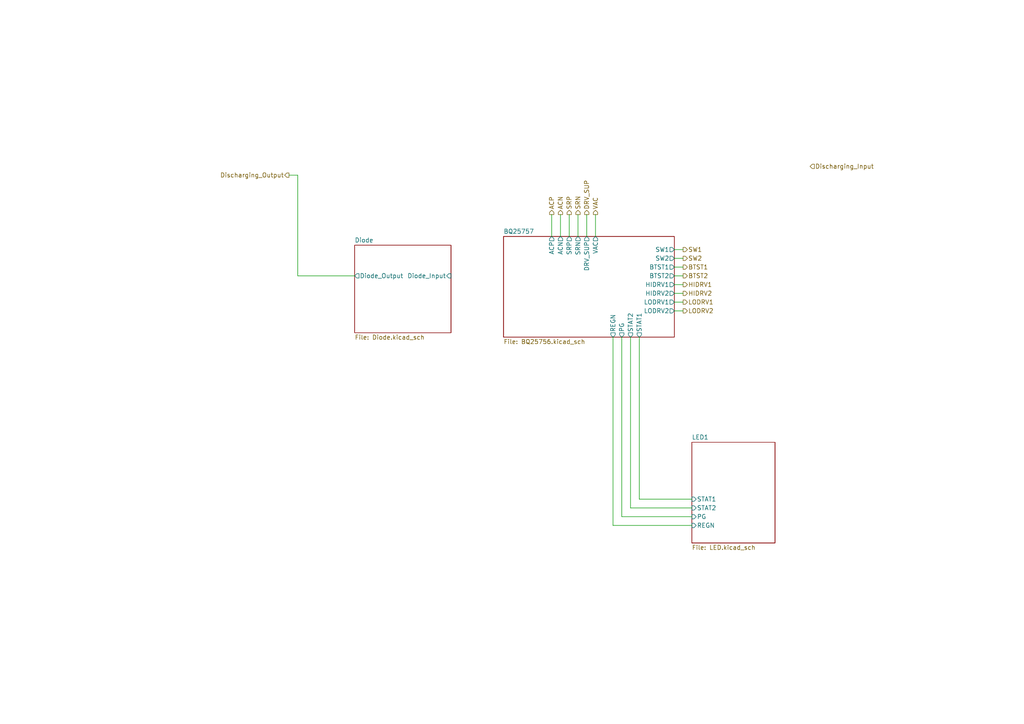
<source format=kicad_sch>
(kicad_sch
	(version 20231120)
	(generator "eeschema")
	(generator_version "8.0")
	(uuid "22ccb8a3-b9e9-4e60-b6fa-e6579cc6e4be")
	(paper "A4")
	(lib_symbols)
	(wire
		(pts
			(xy 195.58 72.39) (xy 198.12 72.39)
		)
		(stroke
			(width 0)
			(type default)
		)
		(uuid "030cb793-6836-4ab3-b9f4-da49bd852ea0")
	)
	(wire
		(pts
			(xy 195.58 74.93) (xy 198.12 74.93)
		)
		(stroke
			(width 0)
			(type default)
		)
		(uuid "0e2e0253-9ec7-40fa-88b3-1e905170bac8")
	)
	(wire
		(pts
			(xy 162.56 62.23) (xy 162.56 68.58)
		)
		(stroke
			(width 0)
			(type default)
		)
		(uuid "101b39f7-5d95-4666-97b1-84c99ad1ca67")
	)
	(wire
		(pts
			(xy 180.34 97.79) (xy 180.34 149.86)
		)
		(stroke
			(width 0)
			(type default)
		)
		(uuid "1c30703d-6ea0-4947-aa58-a8f14b241d31")
	)
	(wire
		(pts
			(xy 182.88 147.32) (xy 200.66 147.32)
		)
		(stroke
			(width 0)
			(type default)
		)
		(uuid "1cdde76b-3235-4faf-b406-2f6ded930055")
	)
	(wire
		(pts
			(xy 185.42 97.79) (xy 185.42 144.78)
		)
		(stroke
			(width 0)
			(type default)
		)
		(uuid "1e24c8a5-317b-46c6-b591-39cabae7ade1")
	)
	(wire
		(pts
			(xy 177.8 97.79) (xy 177.8 152.4)
		)
		(stroke
			(width 0)
			(type default)
		)
		(uuid "29950e09-2add-4913-a45c-d0be37a0a8c0")
	)
	(wire
		(pts
			(xy 195.58 90.17) (xy 198.12 90.17)
		)
		(stroke
			(width 0)
			(type default)
		)
		(uuid "4464de5b-a450-4a39-b721-f7a6c870cd73")
	)
	(wire
		(pts
			(xy 195.58 77.47) (xy 198.12 77.47)
		)
		(stroke
			(width 0)
			(type default)
		)
		(uuid "45118db9-8b74-437c-be91-dd06f8fec6cd")
	)
	(wire
		(pts
			(xy 172.72 62.23) (xy 172.72 68.58)
		)
		(stroke
			(width 0)
			(type default)
		)
		(uuid "47d8c4ac-e275-4fe6-9e71-61c247cdae5e")
	)
	(wire
		(pts
			(xy 170.18 62.23) (xy 170.18 68.58)
		)
		(stroke
			(width 0)
			(type default)
		)
		(uuid "5030575e-ab25-455f-a4e5-5131861cc6c7")
	)
	(wire
		(pts
			(xy 102.87 80.01) (xy 86.36 80.01)
		)
		(stroke
			(width 0)
			(type default)
		)
		(uuid "527eb491-04a8-44c4-a431-bf588cff02c6")
	)
	(wire
		(pts
			(xy 195.58 80.01) (xy 198.12 80.01)
		)
		(stroke
			(width 0)
			(type default)
		)
		(uuid "53fb6427-beba-4eb2-ac56-1bc72e8703a0")
	)
	(wire
		(pts
			(xy 86.36 80.01) (xy 86.36 50.8)
		)
		(stroke
			(width 0)
			(type default)
		)
		(uuid "57b1ff4a-09cb-4549-9d3f-18fe66757b33")
	)
	(wire
		(pts
			(xy 185.42 144.78) (xy 200.66 144.78)
		)
		(stroke
			(width 0)
			(type default)
		)
		(uuid "5be762a3-d74e-4ef6-b1d7-c13f962adbf0")
	)
	(wire
		(pts
			(xy 167.64 62.23) (xy 167.64 68.58)
		)
		(stroke
			(width 0)
			(type default)
		)
		(uuid "6e087b0a-6787-4d93-92b8-ea691abe0009")
	)
	(wire
		(pts
			(xy 165.1 62.23) (xy 165.1 68.58)
		)
		(stroke
			(width 0)
			(type default)
		)
		(uuid "6fded9b3-cc17-43e4-b0dd-de8e8a2ee8c5")
	)
	(wire
		(pts
			(xy 182.88 97.79) (xy 182.88 147.32)
		)
		(stroke
			(width 0)
			(type default)
		)
		(uuid "7b9857e7-dc6f-4df1-a4cd-4649d2c96928")
	)
	(wire
		(pts
			(xy 195.58 87.63) (xy 198.12 87.63)
		)
		(stroke
			(width 0)
			(type default)
		)
		(uuid "929437ff-f439-4d0f-9e75-116f7f2adbbf")
	)
	(wire
		(pts
			(xy 195.58 85.09) (xy 198.12 85.09)
		)
		(stroke
			(width 0)
			(type default)
		)
		(uuid "9878ca92-0bc3-4694-aa04-54b5c28a16a4")
	)
	(wire
		(pts
			(xy 160.02 62.23) (xy 160.02 68.58)
		)
		(stroke
			(width 0)
			(type default)
		)
		(uuid "a6667137-25a7-43d5-8436-f5a909c51554")
	)
	(wire
		(pts
			(xy 195.58 82.55) (xy 198.12 82.55)
		)
		(stroke
			(width 0)
			(type default)
		)
		(uuid "aa44cf88-5250-4c91-91f0-5eee156f9711")
	)
	(wire
		(pts
			(xy 180.34 149.86) (xy 200.66 149.86)
		)
		(stroke
			(width 0)
			(type default)
		)
		(uuid "adf854dd-63f3-4702-8281-fb740dfbe582")
	)
	(wire
		(pts
			(xy 177.8 152.4) (xy 200.66 152.4)
		)
		(stroke
			(width 0)
			(type default)
		)
		(uuid "c325212b-180d-455f-ac1b-3abf41bc86bc")
	)
	(wire
		(pts
			(xy 86.36 50.8) (xy 83.82 50.8)
		)
		(stroke
			(width 0)
			(type default)
		)
		(uuid "ebd6509c-616c-4077-b18c-e2900ae8aaa7")
	)
	(hierarchical_label "BTST1"
		(shape output)
		(at 198.12 77.47 0)
		(effects
			(font
				(size 1.27 1.27)
			)
			(justify left)
		)
		(uuid "04de24ab-d159-4070-bd66-000b2adcaa9e")
	)
	(hierarchical_label "ACP"
		(shape output)
		(at 160.02 62.23 90)
		(effects
			(font
				(size 1.27 1.27)
			)
			(justify left)
		)
		(uuid "1102b0c1-6ba9-4d97-9d0a-812172a98806")
	)
	(hierarchical_label "Discharging_Output"
		(shape output)
		(at 83.82 50.8 180)
		(effects
			(font
				(size 1.27 1.27)
			)
			(justify right)
		)
		(uuid "1ccba8b5-ea00-46d8-8bb6-ac3cc007ac11")
	)
	(hierarchical_label "SW1"
		(shape output)
		(at 198.12 72.39 0)
		(effects
			(font
				(size 1.27 1.27)
			)
			(justify left)
		)
		(uuid "2a8e8e6e-c65f-466d-9975-c80943ddc678")
	)
	(hierarchical_label "SW2"
		(shape output)
		(at 198.12 74.93 0)
		(effects
			(font
				(size 1.27 1.27)
			)
			(justify left)
		)
		(uuid "3163f17b-619d-4cd8-8a46-9d52032d284e")
	)
	(hierarchical_label "HIDRV1"
		(shape output)
		(at 198.12 82.55 0)
		(effects
			(font
				(size 1.27 1.27)
			)
			(justify left)
		)
		(uuid "3f875fdc-4ecc-4083-bf4a-cacdf18ece1e")
	)
	(hierarchical_label "SRP"
		(shape output)
		(at 165.1 62.23 90)
		(effects
			(font
				(size 1.27 1.27)
			)
			(justify left)
		)
		(uuid "4150b8b7-9bd0-470e-9c0d-9cd04d938f49")
	)
	(hierarchical_label "ACN"
		(shape output)
		(at 162.56 62.23 90)
		(effects
			(font
				(size 1.27 1.27)
			)
			(justify left)
		)
		(uuid "592ff36a-a551-4d34-88d2-44ae085187da")
	)
	(hierarchical_label "SRN"
		(shape output)
		(at 167.64 62.23 90)
		(effects
			(font
				(size 1.27 1.27)
			)
			(justify left)
		)
		(uuid "59a84eb4-b18d-4afd-be64-2bd9b0a78d0b")
	)
	(hierarchical_label "HIDRV2"
		(shape output)
		(at 198.12 85.09 0)
		(effects
			(font
				(size 1.27 1.27)
			)
			(justify left)
		)
		(uuid "801da1ca-8727-465e-8afd-d8976fab2d4b")
	)
	(hierarchical_label "Discharging_Input"
		(shape input)
		(at 234.95 48.26 0)
		(effects
			(font
				(size 1.27 1.27)
			)
			(justify left)
		)
		(uuid "84a1a398-71e3-47c5-85f8-1d6c440c98f6")
	)
	(hierarchical_label "VAC"
		(shape output)
		(at 172.72 62.23 90)
		(effects
			(font
				(size 1.27 1.27)
			)
			(justify left)
		)
		(uuid "b83f91cd-b23a-47b8-bbb4-2e6f3ff5412d")
	)
	(hierarchical_label "BTST2"
		(shape output)
		(at 198.12 80.01 0)
		(effects
			(font
				(size 1.27 1.27)
			)
			(justify left)
		)
		(uuid "c508bd92-3d76-4803-8ddb-85783d1de851")
	)
	(hierarchical_label "LODRV2"
		(shape output)
		(at 198.12 90.17 0)
		(effects
			(font
				(size 1.27 1.27)
			)
			(justify left)
		)
		(uuid "d6b4dbee-5d43-4185-b6c2-b0fd8bcb5902")
	)
	(hierarchical_label "DRV_SUP"
		(shape output)
		(at 170.18 62.23 90)
		(effects
			(font
				(size 1.27 1.27)
			)
			(justify left)
		)
		(uuid "dd683a65-01e1-4a81-abd7-d7225ea9b942")
	)
	(hierarchical_label "LODRV1"
		(shape output)
		(at 198.12 87.63 0)
		(effects
			(font
				(size 1.27 1.27)
			)
			(justify left)
		)
		(uuid "dfa914d8-e113-46c5-a93d-dfd285a0bc32")
	)
	(sheet
		(at 102.87 71.12)
		(size 27.94 25.4)
		(fields_autoplaced yes)
		(stroke
			(width 0.1524)
			(type solid)
		)
		(fill
			(color 0 0 0 0.0000)
		)
		(uuid "40a0979c-9612-4f53-8db4-c6e8c237d57c")
		(property "Sheetname" "Diode"
			(at 102.87 70.4084 0)
			(effects
				(font
					(size 1.27 1.27)
				)
				(justify left bottom)
			)
		)
		(property "Sheetfile" "Diode.kicad_sch"
			(at 102.87 97.1046 0)
			(effects
				(font
					(size 1.27 1.27)
				)
				(justify left top)
			)
		)
		(pin "Diode_Output" output
			(at 102.87 80.01 180)
			(effects
				(font
					(size 1.27 1.27)
				)
				(justify left)
			)
			(uuid "bebd84d9-0e8d-4abb-9a7b-7d2bd706bf8b")
		)
		(pin "Diode_Input" input
			(at 130.81 80.01 0)
			(effects
				(font
					(size 1.27 1.27)
				)
				(justify right)
			)
			(uuid "8a5a0250-c56e-4326-af4b-87f7d6fd7648")
		)
		(instances
			(project "Anscer_Aux"
				(path "/d44f2983-207f-44ee-9882-f58ad50f0fb3/12abc178-0fb8-46e7-8904-0abe5fe853d5/6b385b1d-c8e2-4f36-896e-6a9e4f7aee84"
					(page "12")
				)
			)
		)
	)
	(sheet
		(at 200.66 128.27)
		(size 24.13 29.21)
		(fields_autoplaced yes)
		(stroke
			(width 0.1524)
			(type solid)
		)
		(fill
			(color 0 0 0 0.0000)
		)
		(uuid "a81fa280-1d3b-472f-bc12-b5d0c8658276")
		(property "Sheetname" "LED1"
			(at 200.66 127.5584 0)
			(effects
				(font
					(size 1.27 1.27)
				)
				(justify left bottom)
			)
		)
		(property "Sheetfile" "LED.kicad_sch"
			(at 200.66 158.0646 0)
			(effects
				(font
					(size 1.27 1.27)
				)
				(justify left top)
			)
		)
		(pin "STAT2" input
			(at 200.66 147.32 180)
			(effects
				(font
					(size 1.27 1.27)
				)
				(justify left)
			)
			(uuid "cf196d90-798a-4d91-9bd5-98d4886caad8")
		)
		(pin "STAT1" input
			(at 200.66 144.78 180)
			(effects
				(font
					(size 1.27 1.27)
				)
				(justify left)
			)
			(uuid "2a2cb51b-5e0b-45ff-83ca-a1a3e0642712")
		)
		(pin "PG" input
			(at 200.66 149.86 180)
			(effects
				(font
					(size 1.27 1.27)
				)
				(justify left)
			)
			(uuid "b74e9a06-5854-411c-b238-77e0f9910464")
		)
		(pin "REGN" input
			(at 200.66 152.4 180)
			(effects
				(font
					(size 1.27 1.27)
				)
				(justify left)
			)
			(uuid "4ccd350f-7441-4434-a21a-75b0aa934669")
		)
		(instances
			(project "Anscer_Aux"
				(path "/d44f2983-207f-44ee-9882-f58ad50f0fb3/12abc178-0fb8-46e7-8904-0abe5fe853d5/6b385b1d-c8e2-4f36-896e-6a9e4f7aee84"
					(page "6")
				)
			)
		)
	)
	(sheet
		(at 146.05 68.58)
		(size 49.53 29.21)
		(fields_autoplaced yes)
		(stroke
			(width 0.1524)
			(type solid)
		)
		(fill
			(color 0 0 0 0.0000)
		)
		(uuid "de3f4819-2b19-49a9-b185-39b4b74e1475")
		(property "Sheetname" "BQ25757"
			(at 146.05 67.8684 0)
			(effects
				(font
					(size 1.27 1.27)
				)
				(justify left bottom)
			)
		)
		(property "Sheetfile" "BQ25756.kicad_sch"
			(at 146.05 98.3746 0)
			(effects
				(font
					(size 1.27 1.27)
				)
				(justify left top)
			)
		)
		(pin "PG" output
			(at 180.34 97.79 270)
			(effects
				(font
					(size 1.27 1.27)
				)
				(justify left)
			)
			(uuid "3b2908d4-7431-4cab-8ed3-a8079d0672f5")
		)
		(pin "STAT1" output
			(at 185.42 97.79 270)
			(effects
				(font
					(size 1.27 1.27)
				)
				(justify left)
			)
			(uuid "a218ea11-33e5-428d-9008-52e9351222a1")
		)
		(pin "STAT2" output
			(at 182.88 97.79 270)
			(effects
				(font
					(size 1.27 1.27)
				)
				(justify left)
			)
			(uuid "349a59bf-07da-4a5e-8315-310cb7e852d3")
		)
		(pin "VAC" output
			(at 172.72 68.58 90)
			(effects
				(font
					(size 1.27 1.27)
				)
				(justify right)
			)
			(uuid "62dc76c3-b312-4e98-9267-bff2eee67b6b")
		)
		(pin "SW2" output
			(at 195.58 74.93 0)
			(effects
				(font
					(size 1.27 1.27)
				)
				(justify right)
			)
			(uuid "4313921d-10bd-49fe-b0a1-46d669de12ae")
		)
		(pin "ACP" output
			(at 160.02 68.58 90)
			(effects
				(font
					(size 1.27 1.27)
				)
				(justify right)
			)
			(uuid "f95e75ee-f6d3-4d5b-a15a-bbad46398b0f")
		)
		(pin "ACN" output
			(at 162.56 68.58 90)
			(effects
				(font
					(size 1.27 1.27)
				)
				(justify right)
			)
			(uuid "428393cd-1214-4d89-91d6-2f1351d686ae")
		)
		(pin "SW1" output
			(at 195.58 72.39 0)
			(effects
				(font
					(size 1.27 1.27)
				)
				(justify right)
			)
			(uuid "ad567089-da6a-4993-807e-6e5c0127822e")
		)
		(pin "HIDRV1" output
			(at 195.58 82.55 0)
			(effects
				(font
					(size 1.27 1.27)
				)
				(justify right)
			)
			(uuid "aab96222-2180-4779-9dc4-77dcdaf7d2c1")
		)
		(pin "HIDRV2" output
			(at 195.58 85.09 0)
			(effects
				(font
					(size 1.27 1.27)
				)
				(justify right)
			)
			(uuid "470d44f3-f613-4d9f-a4fa-19e52d4f5db6")
		)
		(pin "BTST2" output
			(at 195.58 80.01 0)
			(effects
				(font
					(size 1.27 1.27)
				)
				(justify right)
			)
			(uuid "2e8a24cd-8177-463c-b14d-8337a6ea70a2")
		)
		(pin "LODRV2" output
			(at 195.58 90.17 0)
			(effects
				(font
					(size 1.27 1.27)
				)
				(justify right)
			)
			(uuid "e57729b5-e693-4b9c-80a4-dbc15062ed45")
		)
		(pin "LODRV1" output
			(at 195.58 87.63 0)
			(effects
				(font
					(size 1.27 1.27)
				)
				(justify right)
			)
			(uuid "ae6d9d5e-32a7-4a97-ae81-3b174d281699")
		)
		(pin "BTST1" output
			(at 195.58 77.47 0)
			(effects
				(font
					(size 1.27 1.27)
				)
				(justify right)
			)
			(uuid "5d7262c7-44ce-46bd-9a9a-c44fd31925cd")
		)
		(pin "SRN" output
			(at 167.64 68.58 90)
			(effects
				(font
					(size 1.27 1.27)
				)
				(justify right)
			)
			(uuid "130284f5-285c-438b-9ee0-d49fb76c6af5")
		)
		(pin "SRP" output
			(at 165.1 68.58 90)
			(effects
				(font
					(size 1.27 1.27)
				)
				(justify right)
			)
			(uuid "90bd828f-8bf7-4653-b340-d836aaed3af4")
		)
		(pin "REGN" output
			(at 177.8 97.79 270)
			(effects
				(font
					(size 1.27 1.27)
				)
				(justify left)
			)
			(uuid "b0d5beb2-026f-4e77-95b2-d41b1f194ac8")
		)
		(pin "DRV_SUP" output
			(at 170.18 68.58 90)
			(effects
				(font
					(size 1.27 1.27)
				)
				(justify right)
			)
			(uuid "4d2f33f9-27be-4070-bb1f-dfeab3b7623a")
		)
		(instances
			(project "Anscer_Aux"
				(path "/d44f2983-207f-44ee-9882-f58ad50f0fb3/12abc178-0fb8-46e7-8904-0abe5fe853d5/6b385b1d-c8e2-4f36-896e-6a9e4f7aee84"
					(page "5")
				)
			)
		)
	)
)

</source>
